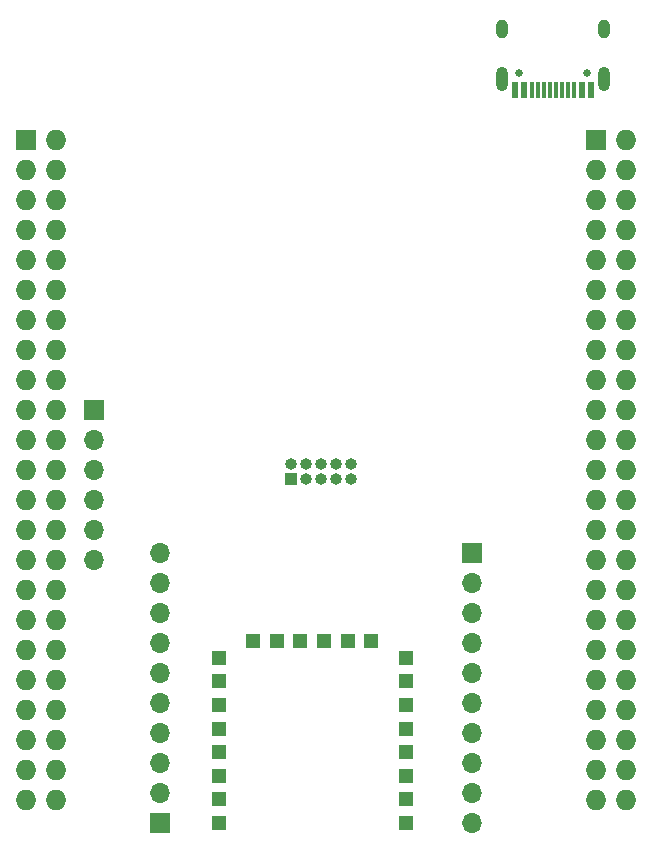
<source format=gbr>
%TF.GenerationSoftware,KiCad,Pcbnew,(5.1.7-0-10_14)*%
%TF.CreationDate,2020-11-18T23:57:46+08:00*%
%TF.ProjectId,bbb_zs3l,6262625f-7a73-4336-9c2e-6b696361645f,rev?*%
%TF.SameCoordinates,Original*%
%TF.FileFunction,Soldermask,Bot*%
%TF.FilePolarity,Negative*%
%FSLAX46Y46*%
G04 Gerber Fmt 4.6, Leading zero omitted, Abs format (unit mm)*
G04 Created by KiCad (PCBNEW (5.1.7-0-10_14)) date 2020-11-18 23:57:46*
%MOMM*%
%LPD*%
G01*
G04 APERTURE LIST*
%ADD10R,0.600000X1.450000*%
%ADD11R,0.300000X1.450000*%
%ADD12O,1.000000X2.100000*%
%ADD13C,0.650000*%
%ADD14O,1.000000X1.600000*%
%ADD15O,1.700000X1.700000*%
%ADD16R,1.700000X1.700000*%
%ADD17R,1.727200X1.727200*%
%ADD18O,1.727200X1.727200*%
%ADD19R,1.270000X1.199998*%
%ADD20R,1.199998X1.270000*%
%ADD21O,1.000000X1.000000*%
%ADD22R,1.000000X1.000000*%
G04 APERTURE END LIST*
D10*
%TO.C,J3*%
X164260100Y-58077400D03*
X163460100Y-58077400D03*
X158560100Y-58077400D03*
X157760100Y-58077400D03*
X157760100Y-58077400D03*
X158560100Y-58077400D03*
X163460100Y-58077400D03*
X164260100Y-58077400D03*
D11*
X159260100Y-58077400D03*
X159760100Y-58077400D03*
X160260100Y-58077400D03*
X161260100Y-58077400D03*
X161760100Y-58077400D03*
X162260100Y-58077400D03*
X162760100Y-58077400D03*
X160760100Y-58077400D03*
D12*
X165330100Y-57162400D03*
X156690100Y-57162400D03*
D13*
X158120100Y-56632400D03*
D14*
X156690100Y-52982400D03*
D13*
X163900100Y-56632400D03*
D14*
X165330100Y-52982400D03*
%TD*%
D15*
%TO.C,J1*%
X122137100Y-97942400D03*
X122137100Y-95402400D03*
X122137100Y-92862400D03*
X122137100Y-90322400D03*
X122137100Y-87782400D03*
D16*
X122137100Y-85242400D03*
%TD*%
D17*
%TO.C,P8*%
X164630100Y-62382400D03*
D18*
X167170100Y-62382400D03*
X164630100Y-64922400D03*
X167170100Y-64922400D03*
X164630100Y-67462400D03*
X167170100Y-67462400D03*
X164630100Y-70002400D03*
X167170100Y-70002400D03*
X164630100Y-72542400D03*
X167170100Y-72542400D03*
X164630100Y-75082400D03*
X167170100Y-75082400D03*
X164630100Y-77622400D03*
X167170100Y-77622400D03*
X164630100Y-80162400D03*
X167170100Y-80162400D03*
X164630100Y-82702400D03*
X167170100Y-82702400D03*
X164630100Y-85242400D03*
X167170100Y-85242400D03*
X164630100Y-87782400D03*
X167170100Y-87782400D03*
X164630100Y-90322400D03*
X167170100Y-90322400D03*
X164630100Y-92862400D03*
X167170100Y-92862400D03*
X164630100Y-95402400D03*
X167170100Y-95402400D03*
X164630100Y-97942400D03*
X167170100Y-97942400D03*
X164630100Y-100482400D03*
X167170100Y-100482400D03*
X164630100Y-103022400D03*
X167170100Y-103022400D03*
X164630100Y-105562400D03*
X167170100Y-105562400D03*
X164630100Y-108102400D03*
X167170100Y-108102400D03*
X164630100Y-110642400D03*
X167170100Y-110642400D03*
X164630100Y-113182400D03*
X167170100Y-113182400D03*
X164630100Y-115722400D03*
X167170100Y-115722400D03*
X164630100Y-118262400D03*
X167170100Y-118262400D03*
%TD*%
D17*
%TO.C,P9*%
X116370100Y-62382400D03*
D18*
X118910100Y-62382400D03*
X116370100Y-64922400D03*
X118910100Y-64922400D03*
X116370100Y-67462400D03*
X118910100Y-67462400D03*
X116370100Y-70002400D03*
X118910100Y-70002400D03*
X116370100Y-72542400D03*
X118910100Y-72542400D03*
X116370100Y-75082400D03*
X118910100Y-75082400D03*
X116370100Y-77622400D03*
X118910100Y-77622400D03*
X116370100Y-80162400D03*
X118910100Y-80162400D03*
X116370100Y-82702400D03*
X118910100Y-82702400D03*
X116370100Y-85242400D03*
X118910100Y-85242400D03*
X116370100Y-87782400D03*
X118910100Y-87782400D03*
X116370100Y-90322400D03*
X118910100Y-90322400D03*
X116370100Y-92862400D03*
X118910100Y-92862400D03*
X116370100Y-95402400D03*
X118910100Y-95402400D03*
X116370100Y-97942400D03*
X118910100Y-97942400D03*
X116370100Y-100482400D03*
X118910100Y-100482400D03*
X116370100Y-103022400D03*
X118910100Y-103022400D03*
X116370100Y-105562400D03*
X118910100Y-105562400D03*
X116370100Y-108102400D03*
X118910100Y-108102400D03*
X116370100Y-110642400D03*
X118910100Y-110642400D03*
X116370100Y-113182400D03*
X118910100Y-113182400D03*
X116370100Y-115722400D03*
X118910100Y-115722400D03*
X116370100Y-118262400D03*
X118910100Y-118262400D03*
%TD*%
D15*
%TO.C,J4*%
X127710100Y-97282400D03*
X127710100Y-99822400D03*
X127710100Y-102362400D03*
X127710100Y-104902400D03*
X127710100Y-107442400D03*
X127710100Y-109982400D03*
X127710100Y-112522400D03*
X127710100Y-115062400D03*
X127710100Y-117602400D03*
D16*
X127710100Y-120142400D03*
%TD*%
D19*
%TO.C,U1*%
X148530008Y-106172414D03*
X148530008Y-108172410D03*
X148530008Y-110172406D03*
X148530008Y-112172402D03*
X148530008Y-114172398D03*
X148530008Y-116172394D03*
X148530008Y-118172390D03*
X148530008Y-120172386D03*
X132730192Y-106172414D03*
X132730192Y-108172410D03*
X132730192Y-112172402D03*
X132730192Y-110172406D03*
X132730192Y-114172398D03*
X132730192Y-116172394D03*
X132730192Y-118172390D03*
X132730192Y-120172386D03*
D20*
X137630106Y-104772366D03*
X135630110Y-104772366D03*
X139630102Y-104772366D03*
X141630098Y-104772366D03*
X143630094Y-104772366D03*
X145630090Y-104772366D03*
%TD*%
D15*
%TO.C,J5*%
X154190100Y-120142400D03*
X154190100Y-117602400D03*
X154190100Y-115062400D03*
X154190100Y-112522400D03*
X154190100Y-109982400D03*
X154190100Y-107442400D03*
X154190100Y-104902400D03*
X154190100Y-102362400D03*
X154190100Y-99822400D03*
D16*
X154190100Y-97282400D03*
%TD*%
D21*
%TO.C,CON1*%
X143920100Y-91037400D03*
X143920100Y-89767400D03*
X142650100Y-91037400D03*
X142650100Y-89767400D03*
X141380100Y-91037400D03*
X141380100Y-89767400D03*
X140110100Y-91037400D03*
X140110100Y-89767400D03*
X138840100Y-89767400D03*
D22*
X138840100Y-91037400D03*
%TD*%
M02*

</source>
